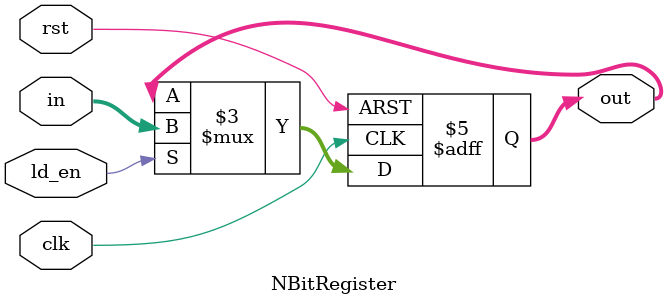
<source format=v>
module NBitRegister #(parameter N = 8) (input [N-1:0] in, input ld_en, clk, rst, output reg [N-1:0] out);
    always @(posedge clk or negedge rst) begin
        if (~rst)
            out <= {N{1'b0}};
        else if (ld_en)
            out <= in;
    end
endmodule
</source>
